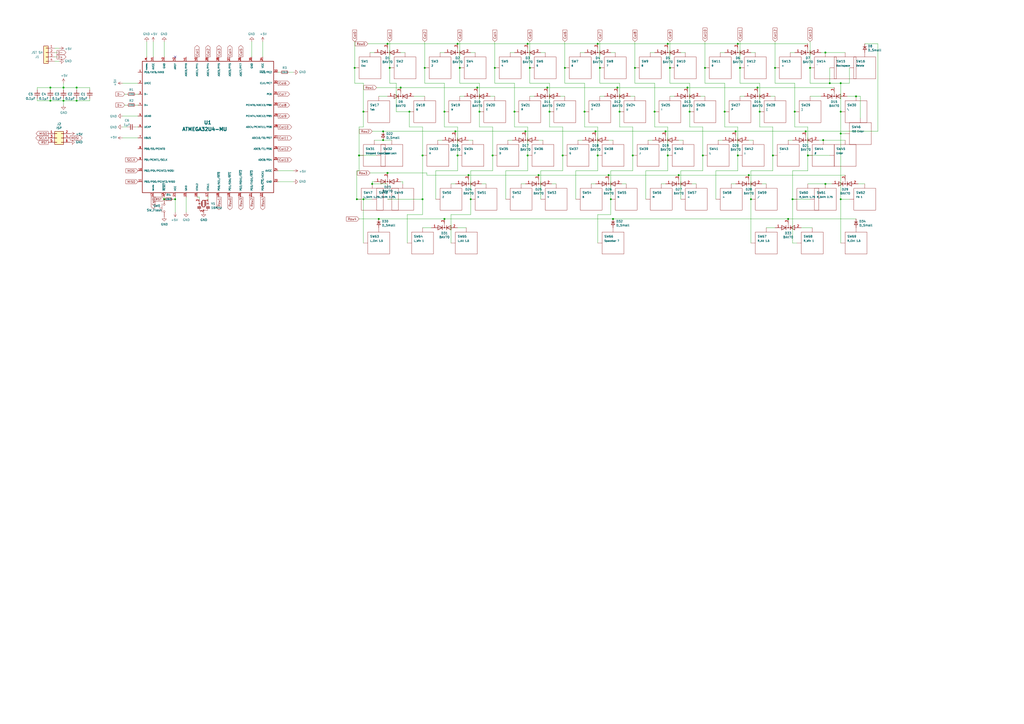
<source format=kicad_sch>
(kicad_sch (version 20210621) (generator eeschema)
  (paper "A2")
  (junction (at 487.68 48.26))
  (junction (at 427.99 90.17))
  (junction (at 359.41 64.77))
  (junction (at 246.38 39.37))
  (junction (at 487.68 64.77))
  (junction (at 346.71 90.17))
  (junction (at 36.83 58.42))
  (junction (at 36.83 50.8))
  (junction (at 469.9 39.37))
  (junction (at 407.67 90.17))
  (junction (at 487.68 115.57))
  (junction (at 478.79 106.68))
  (junction (at 398.78 50.8))
  (junction (at 276.86 50.8))
  (junction (at 496.57 55.88))
  (junction (at 266.7 39.37))
  (junction (at 298.45 64.77))
  (junction (at 304.8 76.2))
  (junction (at 312.42 101.6))
  (junction (at 205.74 39.37))
  (junction (at 265.43 90.17))
  (junction (at 345.44 76.2))
  (junction (at 265.43 25.4))
  (junction (at 219.71 127))
  (junction (at 429.26 39.37))
  (junction (at 408.94 39.37))
  (junction (at 210.82 115.57))
  (junction (at 245.11 115.57))
  (junction (at 439.42 50.8))
  (junction (at 440.69 64.77))
  (junction (at 327.66 39.37))
  (junction (at 379.73 64.77))
  (junction (at 232.41 50.8))
  (junction (at 222.25 81.28))
  (junction (at 307.34 39.37))
  (junction (at 368.3 39.37))
  (junction (at 29.21 58.42))
  (junction (at 271.78 101.6))
  (junction (at 29.21 50.8))
  (junction (at 387.35 25.4))
  (junction (at 285.75 90.17))
  (junction (at 420.37 64.77))
  (junction (at 224.79 25.4))
  (junction (at 468.63 90.17))
  (junction (at 478.79 30.48))
  (junction (at 245.11 90.17))
  (junction (at 427.99 25.4))
  (junction (at 457.2 127))
  (junction (at 386.08 76.2))
  (junction (at 215.9 106.68))
  (junction (at 387.35 90.17))
  (junction (at 278.13 64.77))
  (junction (at 481.33 48.26))
  (junction (at 339.09 64.77))
  (junction (at 461.01 64.77))
  (junction (at 318.77 64.77))
  (junction (at 459.74 115.57))
  (junction (at 434.34 101.6))
  (junction (at 208.28 90.17))
  (junction (at 487.68 77.47))
  (junction (at 317.5 50.8))
  (junction (at 477.52 81.28))
  (junction (at 400.05 64.77))
  (junction (at 346.71 25.4))
  (junction (at 210.82 64.77))
  (junction (at 358.14 50.8))
  (junction (at 354.33 115.57))
  (junction (at 287.02 39.37))
  (junction (at 44.45 58.42))
  (junction (at 222.25 76.2))
  (junction (at 306.07 25.4))
  (junction (at 306.07 90.17))
  (junction (at 467.36 76.2))
  (junction (at 95.25 115.57))
  (junction (at 264.16 76.2))
  (junction (at 237.49 64.77))
  (junction (at 273.05 115.57))
  (junction (at 326.39 90.17))
  (junction (at 224.79 100.33))
  (junction (at 448.31 90.17))
  (junction (at 393.7 101.6))
  (junction (at 257.81 64.77))
  (junction (at 44.45 50.8))
  (junction (at 353.06 101.6))
  (junction (at 355.6 127))
  (junction (at 347.98 39.37))
  (junction (at 207.01 115.57))
  (junction (at 101.6 115.57))
  (junction (at 435.61 115.57))
  (junction (at 226.06 39.37))
  (junction (at 426.72 76.2))
  (junction (at 367.03 90.17))
  (junction (at 257.81 127))
  (junction (at 388.62 39.37))
  (junction (at 449.58 39.37))
  (no_connect (at 101.6 33.02))
  (wire (pts (xy 394.97 115.57) (xy 394.97 99.06)))
  (wire (pts (xy 346.71 25.4) (xy 387.35 25.4)))
  (wire (pts (xy 214.63 30.48) (xy 217.17 30.48)))
  (wire (pts (xy 374.65 115.57) (xy 374.65 99.06)))
  (wire (pts (xy 457.2 81.28) (xy 459.74 81.28)))
  (wire (pts (xy 393.7 101.6) (xy 353.06 101.6)))
  (wire (pts (xy 307.34 39.37) (xy 307.34 48.26)))
  (wire (pts (xy 434.34 101.6) (xy 393.7 101.6)))
  (wire (pts (xy 354.33 30.48) (xy 356.87 30.48)))
  (wire (pts (xy 499.11 68.58) (xy 499.11 55.88)))
  (wire (pts (xy 449.58 39.37) (xy 449.58 48.26)))
  (wire (pts (xy 457.2 127) (xy 496.57 127)))
  (wire (pts (xy 252.73 115.57) (xy 252.73 99.06)))
  (wire (pts (xy 367.03 99.06) (xy 367.03 90.17)))
  (wire (pts (xy 394.97 99.06) (xy 407.67 99.06)))
  (wire (pts (xy 31.75 27.94) (xy 34.29 27.94)))
  (wire (pts (xy 254 81.28) (xy 256.54 81.28)))
  (wire (pts (xy 29.21 50.8) (xy 36.83 50.8)))
  (wire (pts (xy 427.99 73.66) (xy 420.37 73.66)))
  (wire (pts (xy 276.86 50.8) (xy 232.41 50.8)))
  (wire (pts (xy 261.62 106.68) (xy 264.16 106.68)))
  (wire (pts (xy 245.11 73.66) (xy 245.11 90.17)))
  (wire (pts (xy 210.82 115.57) (xy 215.9 115.57)))
  (wire (pts (xy 232.41 30.48) (xy 234.95 30.48)))
  (wire (pts (xy 477.52 81.28) (xy 490.22 81.28)))
  (wire (pts (xy 237.49 73.66) (xy 245.11 73.66)))
  (wire (pts (xy 21.59 57.15) (xy 21.59 58.42)))
  (wire (pts (xy 360.68 106.68) (xy 363.22 106.68)))
  (wire (pts (xy 487.68 48.26) (xy 487.68 64.77)))
  (wire (pts (xy 146.05 33.02) (xy 146.05 24.13)))
  (wire (pts (xy 224.79 100.33) (xy 214.63 100.33)))
  (wire (pts (xy 257.81 48.26) (xy 257.81 64.77)))
  (wire (pts (xy 359.41 64.77) (xy 359.41 73.66)))
  (wire (pts (xy 247.65 100.33) (xy 247.65 101.6)))
  (wire (pts (xy 339.09 48.26) (xy 339.09 64.77)))
  (wire (pts (xy 205.74 48.26) (xy 210.82 48.26)))
  (wire (pts (xy 449.58 39.37) (xy 449.58 24.13)))
  (wire (pts (xy 208.28 73.66) (xy 208.28 90.17)))
  (wire (pts (xy 461.01 48.26) (xy 461.01 64.77)))
  (wire (pts (xy 265.43 25.4) (xy 306.07 25.4)))
  (wire (pts (xy 401.32 106.68) (xy 403.86 106.68)))
  (wire (pts (xy 400.05 48.26) (xy 400.05 64.77)))
  (wire (pts (xy 393.7 81.28) (xy 396.24 81.28)))
  (wire (pts (xy 388.62 39.37) (xy 388.62 24.13)))
  (wire (pts (xy 95.25 33.02) (xy 95.25 24.13)))
  (wire (pts (xy 427.99 99.06) (xy 415.29 99.06)))
  (wire (pts (xy 347.98 39.37) (xy 347.98 48.26)))
  (wire (pts (xy 226.06 39.37) (xy 226.06 48.26)))
  (wire (pts (xy 71.12 48.26) (xy 80.01 48.26)))
  (wire (pts (xy 335.28 81.28) (xy 337.82 81.28)))
  (wire (pts (xy 358.14 50.8) (xy 317.5 50.8)))
  (wire (pts (xy 298.45 48.26) (xy 287.02 48.26)))
  (wire (pts (xy 237.49 64.77) (xy 237.49 73.66)))
  (wire (pts (xy 287.02 39.37) (xy 287.02 24.13)))
  (wire (pts (xy 44.45 50.8) (xy 52.07 50.8)))
  (wire (pts (xy 448.31 90.17) (xy 448.31 99.06)))
  (wire (pts (xy 469.9 55.88) (xy 476.25 55.88)))
  (wire (pts (xy 448.31 73.66) (xy 440.69 73.66)))
  (wire (pts (xy 374.65 99.06) (xy 387.35 99.06)))
  (wire (pts (xy 36.83 50.8) (xy 44.45 50.8)))
  (wire (pts (xy 236.22 124.46) (xy 245.11 124.46)))
  (wire (pts (xy 278.13 48.26) (xy 278.13 64.77)))
  (wire (pts (xy 210.82 64.77) (xy 210.82 48.26)))
  (wire (pts (xy 52.07 50.8) (xy 52.07 52.07)))
  (wire (pts (xy 233.68 105.41) (xy 233.68 106.68)))
  (wire (pts (xy 29.21 57.15) (xy 29.21 58.42)))
  (wire (pts (xy 367.03 73.66) (xy 367.03 90.17)))
  (wire (pts (xy 285.75 73.66) (xy 278.13 73.66)))
  (wire (pts (xy 306.07 25.4) (xy 346.71 25.4)))
  (wire (pts (xy 420.37 48.26) (xy 420.37 64.77)))
  (wire (pts (xy 339.09 64.77) (xy 339.09 73.66)))
  (wire (pts (xy 424.18 106.68) (xy 426.72 106.68)))
  (wire (pts (xy 415.29 99.06) (xy 415.29 115.57)))
  (wire (pts (xy 33.02 33.02) (xy 31.75 33.02)))
  (wire (pts (xy 441.96 106.68) (xy 444.5 106.68)))
  (wire (pts (xy 36.83 50.8) (xy 36.83 48.26)))
  (wire (pts (xy 379.73 48.26) (xy 368.3 48.26)))
  (wire (pts (xy 306.07 73.66) (xy 306.07 90.17)))
  (wire (pts (xy 257.81 127) (xy 355.6 127)))
  (wire (pts (xy 368.3 39.37) (xy 368.3 48.26)))
  (wire (pts (xy 417.83 30.48) (xy 420.37 30.48)))
  (wire (pts (xy 294.64 81.28) (xy 297.18 81.28)))
  (wire (pts (xy 429.26 55.88) (xy 431.8 55.88)))
  (wire (pts (xy 387.35 73.66) (xy 387.35 90.17)))
  (wire (pts (xy 266.7 39.37) (xy 266.7 24.13)))
  (wire (pts (xy 44.45 52.07) (xy 44.45 50.8)))
  (wire (pts (xy 336.55 30.48) (xy 339.09 30.48)))
  (wire (pts (xy 435.61 30.48) (xy 438.15 30.48)))
  (wire (pts (xy 222.25 76.2) (xy 264.16 76.2)))
  (wire (pts (xy 461.01 73.66) (xy 468.63 73.66)))
  (wire (pts (xy 170.18 105.41) (xy 161.29 105.41)))
  (wire (pts (xy 379.73 48.26) (xy 379.73 64.77)))
  (wire (pts (xy 85.09 33.02) (xy 85.09 24.13)))
  (wire (pts (xy 72.39 60.96) (xy 73.66 60.96)))
  (wire (pts (xy 261.62 124.46) (xy 261.62 140.97)))
  (wire (pts (xy 312.42 81.28) (xy 314.96 81.28)))
  (wire (pts (xy 407.67 73.66) (xy 400.05 73.66)))
  (wire (pts (xy 327.66 39.37) (xy 327.66 24.13)))
  (wire (pts (xy 379.73 64.77) (xy 379.73 73.66)))
  (wire (pts (xy 207.01 99.06) (xy 207.01 115.57)))
  (wire (pts (xy 490.22 77.47) (xy 487.68 77.47)))
  (wire (pts (xy 304.8 76.2) (xy 345.44 76.2)))
  (wire (pts (xy 468.63 73.66) (xy 468.63 90.17)))
  (wire (pts (xy 224.79 25.4) (xy 213.36 25.4)))
  (wire (pts (xy 285.75 73.66) (xy 285.75 90.17)))
  (wire (pts (xy 440.69 48.26) (xy 440.69 64.77)))
  (wire (pts (xy 435.61 140.97) (xy 435.61 115.57)))
  (wire (pts (xy 78.74 60.96) (xy 80.01 60.96)))
  (wire (pts (xy 346.71 73.66) (xy 339.09 73.66)))
  (wire (pts (xy 439.42 50.8) (xy 398.78 50.8)))
  (wire (pts (xy 429.26 39.37) (xy 429.26 24.13)))
  (wire (pts (xy 307.34 39.37) (xy 307.34 24.13)))
  (wire (pts (xy 302.26 106.68) (xy 304.8 106.68)))
  (wire (pts (xy 342.9 106.68) (xy 345.44 106.68)))
  (wire (pts (xy 307.34 55.88) (xy 309.88 55.88)))
  (wire (pts (xy 487.68 77.47) (xy 487.68 115.57)))
  (wire (pts (xy 483.87 50.8) (xy 439.42 50.8)))
  (wire (pts (xy 265.43 132.08) (xy 270.51 132.08)))
  (wire (pts (xy 426.72 76.2) (xy 467.36 76.2)))
  (wire (pts (xy 447.04 55.88) (xy 449.58 55.88)))
  (wire (pts (xy 434.34 81.28) (xy 436.88 81.28)))
  (wire (pts (xy 78.74 73.66) (xy 80.01 73.66)))
  (wire (pts (xy 218.44 90.17) (xy 208.28 90.17)))
  (wire (pts (xy 476.25 30.48) (xy 478.79 30.48)))
  (wire (pts (xy 378.46 81.28) (xy 375.92 81.28)))
  (wire (pts (xy 219.71 55.88) (xy 224.79 55.88)))
  (wire (pts (xy 229.87 48.26) (xy 229.87 64.77)))
  (wire (pts (xy 115.57 114.3) (xy 115.57 115.57)))
  (wire (pts (xy 278.13 48.26) (xy 266.7 48.26)))
  (wire (pts (xy 306.07 90.17) (xy 306.07 99.06)))
  (wire (pts (xy 487.68 140.97) (xy 487.68 115.57)))
  (wire (pts (xy 387.35 99.06) (xy 387.35 90.17)))
  (wire (pts (xy 354.33 124.46) (xy 354.33 115.57)))
  (wire (pts (xy 448.31 73.66) (xy 448.31 90.17)))
  (wire (pts (xy 487.68 48.26) (xy 492.76 48.26)))
  (wire (pts (xy 273.05 115.57) (xy 273.05 124.46)))
  (wire (pts (xy 273.05 30.48) (xy 275.59 30.48)))
  (wire (pts (xy 21.59 52.07) (xy 21.59 50.8)))
  (wire (pts (xy 355.6 127) (xy 457.2 127)))
  (wire (pts (xy 161.29 41.91) (xy 162.56 41.91)))
  (wire (pts (xy 394.97 30.48) (xy 397.51 30.48)))
  (wire (pts (xy 481.33 48.26) (xy 487.68 48.26)))
  (wire (pts (xy 347.98 39.37) (xy 347.98 24.13)))
  (wire (pts (xy 464.82 132.08) (xy 471.17 132.08)))
  (wire (pts (xy 215.9 105.41) (xy 217.17 105.41)))
  (wire (pts (xy 469.9 48.26) (xy 481.33 48.26)))
  (wire (pts (xy 459.74 140.97) (xy 462.28 140.97)))
  (wire (pts (xy 427.99 73.66) (xy 427.99 90.17)))
  (wire (pts (xy 293.37 99.06) (xy 306.07 99.06)))
  (wire (pts (xy 387.35 25.4) (xy 427.99 25.4)))
  (wire (pts (xy 334.01 115.57) (xy 334.01 99.06)))
  (wire (pts (xy 266.7 39.37) (xy 266.7 48.26)))
  (wire (pts (xy 273.05 124.46) (xy 261.62 124.46)))
  (wire (pts (xy 208.28 99.06) (xy 207.01 99.06)))
  (wire (pts (xy 313.69 99.06) (xy 326.39 99.06)))
  (wire (pts (xy 71.12 80.01) (xy 80.01 80.01)))
  (wire (pts (xy 285.75 90.17) (xy 285.75 99.06)))
  (wire (pts (xy 408.94 39.37) (xy 408.94 24.13)))
  (wire (pts (xy 255.27 30.48) (xy 257.81 30.48)))
  (wire (pts (xy 468.63 90.17) (xy 468.63 99.06)))
  (wire (pts (xy 266.7 55.88) (xy 269.24 55.88)))
  (wire (pts (xy 509.27 25.4) (xy 509.27 76.2)))
  (wire (pts (xy 21.59 50.8) (xy 29.21 50.8)))
  (wire (pts (xy 326.39 73.66) (xy 318.77 73.66)))
  (wire (pts (xy 222.25 76.2) (xy 215.9 76.2)))
  (wire (pts (xy 359.41 48.26) (xy 347.98 48.26)))
  (wire (pts (xy 468.63 90.17) (xy 481.33 90.17)))
  (wire (pts (xy 101.6 115.57) (xy 101.6 123.19)))
  (wire (pts (xy 236.22 124.46) (xy 236.22 140.97)))
  (wire (pts (xy 273.05 99.06) (xy 273.05 115.57)))
  (wire (pts (xy 31.75 30.48) (xy 33.02 30.48)))
  (wire (pts (xy 232.41 105.41) (xy 233.68 105.41)))
  (wire (pts (xy 246.38 39.37) (xy 246.38 48.26)))
  (wire (pts (xy 383.54 106.68) (xy 386.08 106.68)))
  (wire (pts (xy 359.41 48.26) (xy 359.41 64.77)))
  (wire (pts (xy 29.21 52.07) (xy 29.21 50.8)))
  (wire (pts (xy 52.07 58.42) (xy 52.07 57.15)))
  (wire (pts (xy 354.33 115.57) (xy 354.33 99.06)))
  (wire (pts (xy 346.71 124.46) (xy 354.33 124.46)))
  (wire (pts (xy 271.78 81.28) (xy 274.32 81.28)))
  (wire (pts (xy 257.81 64.77) (xy 257.81 73.66)))
  (wire (pts (xy 120.65 115.57) (xy 120.65 114.3)))
  (wire (pts (xy 36.83 57.15) (xy 36.83 58.42)))
  (wire (pts (xy 207.01 115.57) (xy 210.82 115.57)))
  (wire (pts (xy 224.79 25.4) (xy 265.43 25.4)))
  (wire (pts (xy 298.45 64.77) (xy 298.45 73.66)))
  (wire (pts (xy 474.98 81.28) (xy 477.52 81.28)))
  (wire (pts (xy 161.29 99.06) (xy 170.18 99.06)))
  (wire (pts (xy 499.11 55.88) (xy 496.57 55.88)))
  (wire (pts (xy 365.76 55.88) (xy 368.3 55.88)))
  (wire (pts (xy 320.04 106.68) (xy 322.58 106.68)))
  (wire (pts (xy 318.77 48.26) (xy 318.77 64.77)))
  (wire (pts (xy 265.43 99.06) (xy 265.43 90.17)))
  (wire (pts (xy 31.75 35.56) (xy 34.29 35.56)))
  (wire (pts (xy 407.67 73.66) (xy 407.67 90.17)))
  (wire (pts (xy 478.79 106.68) (xy 482.6 106.68)))
  (wire (pts (xy 327.66 39.37) (xy 327.66 48.26)))
  (wire (pts (xy 353.06 81.28) (xy 355.6 81.28)))
  (wire (pts (xy 298.45 30.48) (xy 295.91 30.48)))
  (wire (pts (xy 354.33 99.06) (xy 367.03 99.06)))
  (wire (pts (xy 368.3 39.37) (xy 368.3 24.13)))
  (wire (pts (xy 252.73 99.06) (xy 265.43 99.06)))
  (wire (pts (xy 36.83 58.42) (xy 44.45 58.42)))
  (wire (pts (xy 78.74 54.61) (xy 80.01 54.61)))
  (wire (pts (xy 114.3 114.3) (xy 115.57 114.3)))
  (wire (pts (xy 265.43 73.66) (xy 265.43 90.17)))
  (wire (pts (xy 224.79 100.33) (xy 247.65 100.33)))
  (wire (pts (xy 205.74 39.37) (xy 205.74 48.26)))
  (wire (pts (xy 459.74 99.06) (xy 459.74 115.57)))
  (wire (pts (xy 205.74 39.37) (xy 205.74 24.13)))
  (wire (pts (xy 224.79 115.57) (xy 245.11 115.57)))
  (wire (pts (xy 345.44 76.2) (xy 386.08 76.2)))
  (wire (pts (xy 219.71 127) (xy 257.81 127)))
  (wire (pts (xy 325.12 55.88) (xy 327.66 55.88)))
  (wire (pts (xy 400.05 64.77) (xy 400.05 73.66)))
  (wire (pts (xy 346.71 99.06) (xy 346.71 90.17)))
  (wire (pts (xy 313.69 99.06) (xy 313.69 115.57)))
  (wire (pts (xy 229.87 64.77) (xy 237.49 64.77)))
  (wire (pts (xy 481.33 48.26) (xy 481.33 39.37)))
  (wire (pts (xy 71.12 67.31) (xy 80.01 67.31)))
  (wire (pts (xy 100.33 115.57) (xy 101.6 115.57)))
  (wire (pts (xy 427.99 25.4) (xy 468.63 25.4)))
  (wire (pts (xy 427.99 90.17) (xy 427.99 99.06)))
  (wire (pts (xy 497.84 106.68) (xy 501.65 106.68)))
  (wire (pts (xy 245.11 115.57) (xy 245.11 124.46)))
  (wire (pts (xy 435.61 99.06) (xy 435.61 115.57)))
  (wire (pts (xy 265.43 73.66) (xy 257.81 73.66)))
  (wire (pts (xy 490.22 101.6) (xy 434.34 101.6)))
  (wire (pts (xy 467.36 76.2) (xy 509.27 76.2)))
  (wire (pts (xy 210.82 73.66) (xy 208.28 73.66)))
  (wire (pts (xy 501.65 25.4) (xy 509.27 25.4)))
  (wire (pts (xy 210.82 64.77) (xy 210.82 73.66)))
  (wire (pts (xy 468.63 106.68) (xy 478.79 106.68)))
  (wire (pts (xy 36.83 52.07) (xy 36.83 50.8)))
  (wire (pts (xy 313.69 30.48) (xy 316.23 30.48)))
  (wire (pts (xy 492.76 48.26) (xy 492.76 39.37)))
  (wire (pts (xy 367.03 73.66) (xy 359.41 73.66)))
  (wire (pts (xy 208.28 90.17) (xy 208.28 99.06)))
  (wire (pts (xy 491.49 55.88) (xy 496.57 55.88)))
  (wire (pts (xy 287.02 39.37) (xy 287.02 48.26)))
  (wire (pts (xy 229.87 48.26) (xy 226.06 48.26)))
  (wire (pts (xy 298.45 48.26) (xy 298.45 64.77)))
  (wire (pts (xy 279.4 106.68) (xy 281.94 106.68)))
  (wire (pts (xy 107.95 114.3) (xy 107.95 123.19)))
  (wire (pts (xy 461.01 64.77) (xy 461.01 73.66)))
  (wire (pts (xy 406.4 55.88) (xy 408.94 55.88)))
  (wire (pts (xy 245.11 132.08) (xy 250.19 132.08)))
  (wire (pts (xy 29.21 58.42) (xy 36.83 58.42)))
  (wire (pts (xy 469.9 39.37) (xy 469.9 48.26)))
  (wire (pts (xy 440.69 64.77) (xy 440.69 73.66)))
  (wire (pts (xy 449.58 48.26) (xy 461.01 48.26)))
  (wire (pts (xy 71.12 73.66) (xy 73.66 73.66)))
  (wire (pts (xy 388.62 55.88) (xy 391.16 55.88)))
  (wire (pts (xy 36.83 60.96) (xy 36.83 58.42)))
  (wire (pts (xy 215.9 106.68) (xy 215.9 105.41)))
  (wire (pts (xy 44.45 57.15) (xy 44.45 58.42)))
  (wire (pts (xy 240.03 55.88) (xy 246.38 55.88)))
  (wire (pts (xy 293.37 115.57) (xy 293.37 99.06)))
  (wire (pts (xy 440.69 48.26) (xy 429.26 48.26)))
  (wire (pts (xy 346.71 73.66) (xy 346.71 90.17)))
  (wire (pts (xy 232.41 50.8) (xy 218.44 50.8)))
  (wire (pts (xy 347.98 55.88) (xy 350.52 55.88)))
  (wire (pts (xy 210.82 140.97) (xy 210.82 115.57)))
  (wire (pts (xy 448.31 99.06) (xy 435.61 99.06)))
  (wire (pts (xy 388.62 39.37) (xy 388.62 48.26)))
  (wire (pts (xy 377.19 30.48) (xy 379.73 30.48)))
  (wire (pts (xy 444.5 132.08) (xy 449.58 132.08)))
  (wire (pts (xy 224.79 106.68) (xy 215.9 106.68)))
  (wire (pts (xy 285.75 99.06) (xy 273.05 99.06)))
  (wire (pts (xy 318.77 64.77) (xy 318.77 73.66)))
  (wire (pts (xy 468.63 99.06) (xy 459.74 99.06)))
  (wire (pts (xy 334.01 99.06) (xy 346.71 99.06)))
  (wire (pts (xy 318.77 48.26) (xy 307.34 48.26)))
  (wire (pts (xy 217.17 81.28) (xy 222.25 81.28)))
  (wire (pts (xy 264.16 76.2) (xy 304.8 76.2)))
  (wire (pts (xy 346.71 124.46) (xy 346.71 140.97)))
  (wire (pts (xy 101.6 115.57) (xy 101.6 114.3)))
  (wire (pts (xy 420.37 48.26) (xy 408.94 48.26)))
  (wire (pts (xy 152.4 33.02) (xy 152.4 24.13)))
  (wire (pts (xy 326.39 99.06) (xy 326.39 90.17)))
  (wire (pts (xy 44.45 58.42) (xy 52.07 58.42)))
  (wire (pts (xy 487.68 115.57) (xy 492.76 115.57)))
  (wire (pts (xy 278.13 64.77) (xy 278.13 73.66)))
  (wire (pts (xy 408.94 39.37) (xy 408.94 48.26)))
  (wire (pts (xy 226.06 39.37) (xy 226.06 24.13)))
  (wire (pts (xy 246.38 39.37) (xy 246.38 24.13)))
  (wire (pts (xy 306.07 73.66) (xy 298.45 73.66)))
  (wire (pts (xy 312.42 101.6) (xy 271.78 101.6)))
  (wire (pts (xy 459.74 115.57) (xy 459.74 140.97)))
  (wire (pts (xy 469.9 39.37) (xy 469.9 24.13)))
  (wire (pts (xy 257.81 48.26) (xy 246.38 48.26)))
  (wire (pts (xy 222.25 81.28) (xy 227.33 81.28)))
  (wire (pts (xy 459.74 115.57) (xy 469.9 115.57)))
  (wire (pts (xy 326.39 73.66) (xy 326.39 90.17)))
  (wire (pts (xy 478.79 30.48) (xy 490.22 30.48)))
  (wire (pts (xy 407.67 99.06) (xy 407.67 90.17)))
  (wire (pts (xy 458.47 30.48) (xy 461.01 30.48)))
  (wire (pts (xy 88.9 33.02) (xy 88.9 24.13)))
  (wire (pts (xy 429.26 39.37) (xy 429.26 48.26)))
  (wire (pts (xy 420.37 64.77) (xy 420.37 73.66)))
  (wire (pts (xy 400.05 48.26) (xy 388.62 48.26)))
  (wire (pts (xy 284.48 55.88) (xy 287.02 55.88)))
  (wire (pts (xy 21.59 58.42) (xy 29.21 58.42)))
  (wire (pts (xy 398.78 50.8) (xy 358.14 50.8)))
  (wire (pts (xy 317.5 50.8) (xy 276.86 50.8)))
  (wire (pts (xy 386.08 76.2) (xy 426.72 76.2)))
  (wire (pts (xy 487.68 64.77) (xy 487.68 77.47)))
  (wire (pts (xy 167.64 41.91) (xy 170.18 41.91)))
  (wire (pts (xy 72.39 54.61) (xy 73.66 54.61)))
  (wire (pts (xy 247.65 101.6) (xy 271.78 101.6)))
  (wire (pts (xy 387.35 73.66) (xy 379.73 73.66)))
  (wire (pts (xy 245.11 115.57) (xy 245.11 90.17)))
  (wire (pts (xy 416.56 81.28) (xy 419.1 81.28)))
  (wire (pts (xy 353.06 101.6) (xy 312.42 101.6)))
  (wire (pts (xy 339.09 48.26) (xy 327.66 48.26)))
  (wire (pts (xy 95.25 115.57) (xy 95.25 114.3)))
  (wire (pts (xy 219.71 127) (xy 208.28 127)))
  (global_label "D+" (shape output) (at 33.02 33.02 0) (property "Intersheet References" "${INTERSHEET_REFS}" (effects hide)))
  (global_label "D-" (shape output) (at 33.02 30.48 0) (property "Intersheet References" "${INTERSHEET_REFS}" (effects hide)))
  (global_label "Row3" (shape output) (at 139.7 114.3 270) (property "Intersheet References" "${INTERSHEET_REFS}" (effects hide)))
  (global_label "Row1" (shape output) (at 127 114.3 270) (property "Intersheet References" "${INTERSHEET_REFS}" (effects hide)))
  (global_label "Col9" (shape input) (at 388.62 24.13 90) (property "Intersheet References" "${INTERSHEET_REFS}" (effects hide)))
  (global_label "Row2" (shape output) (at 146.05 114.3 270) (property "Intersheet References" "${INTERSHEET_REFS}" (effects hide)))
  (global_label "Col0" (shape input) (at 205.74 24.13 90) (property "Intersheet References" "${INTERSHEET_REFS}" (effects hide)))
  (global_label "Col7" (shape input) (at 347.98 24.13 90) (property "Intersheet References" "${INTERSHEET_REFS}" (effects hide)))
  (global_label "Col1" (shape input) (at 226.06 24.13 90) (property "Intersheet References" "${INTERSHEET_REFS}" (effects hide)))
  (global_label "Col8" (shape input) (at 368.3 24.13 90) (property "Intersheet References" "${INTERSHEET_REFS}" (effects hide)))
  (global_label "Col10" (shape input) (at 408.94 24.13 90) (property "Intersheet References" "${INTERSHEET_REFS}" (effects hide)))
  (global_label "Col0" (shape output) (at 88.9 114.3 270) (property "Intersheet References" "${INTERSHEET_REFS}" (effects hide)))
  (global_label "Row3" (shape input) (at 214.63 100.33 180) (property "Intersheet References" "${INTERSHEET_REFS}" (effects hide)))
  (global_label "Col3" (shape input) (at 266.7 24.13 90) (property "Intersheet References" "${INTERSHEET_REFS}" (effects hide)))
  (global_label "Col6" (shape input) (at 327.66 24.13 90) (property "Intersheet References" "${INTERSHEET_REFS}" (effects hide)))
  (global_label "Col12" (shape input) (at 449.58 24.13 90) (property "Intersheet References" "${INTERSHEET_REFS}" (effects hide)))
  (global_label "RST" (shape input) (at 95.25 115.57 180) (property "Intersheet References" "${INTERSHEET_REFS}" (effects hide)))
  (global_label "Row0" (shape output) (at 133.35 114.3 270) (property "Intersheet References" "${INTERSHEET_REFS}" (effects hide)))
  (global_label "Col1" (shape output) (at 114.3 33.02 90) (property "Intersheet References" "${INTERSHEET_REFS}" (effects hide)))
  (global_label "Row0" (shape input) (at 213.36 25.4 180) (property "Intersheet References" "${INTERSHEET_REFS}" (effects hide)))
  (global_label "MOSI" (shape output) (at 40.64 80.01 0) (property "Intersheet References" "${INTERSHEET_REFS}" (effects hide)))
  (global_label "Row4" (shape input) (at 208.28 127 180) (property "Intersheet References" "${INTERSHEET_REFS}" (effects hide)))
  (global_label "D+" (shape input) (at 72.39 60.96 180) (property "Intersheet References" "${INTERSHEET_REFS}" (effects hide)))
  (global_label "Col4" (shape output) (at 133.35 33.02 90) (property "Intersheet References" "${INTERSHEET_REFS}" (effects hide)))
  (global_label "MISO" (shape input) (at 80.01 105.41 180) (property "Intersheet References" "${INTERSHEET_REFS}" (effects hide)))
  (global_label "Col11" (shape input) (at 429.26 24.13 90) (property "Intersheet References" "${INTERSHEET_REFS}" (effects hide)))
  (global_label "Col2" (shape input) (at 246.38 24.13 90) (property "Intersheet References" "${INTERSHEET_REFS}" (effects hide)))
  (global_label "Row1" (shape input) (at 218.44 50.8 180) (property "Intersheet References" "${INTERSHEET_REFS}" (effects hide)))
  (global_label "Col10" (shape output) (at 161.29 73.66 0) (property "Intersheet References" "${INTERSHEET_REFS}" (effects hide)))
  (global_label "Col12" (shape output) (at 161.29 86.36 0) (property "Intersheet References" "${INTERSHEET_REFS}" (effects hide)))
  (global_label "Col3" (shape output) (at 127 33.02 90) (property "Intersheet References" "${INTERSHEET_REFS}" (effects hide)))
  (global_label "Col8" (shape output) (at 161.29 60.96 0) (property "Intersheet References" "${INTERSHEET_REFS}" (effects hide)))
  (global_label "Row2" (shape input) (at 215.9 76.2 180) (property "Intersheet References" "${INTERSHEET_REFS}" (effects hide)))
  (global_label "Col6" (shape output) (at 161.29 48.26 0) (property "Intersheet References" "${INTERSHEET_REFS}" (effects hide)))
  (global_label "Col5" (shape output) (at 139.7 33.02 90) (property "Intersheet References" "${INTERSHEET_REFS}" (effects hide)))
  (global_label "Col13" (shape input) (at 469.9 24.13 90) (property "Intersheet References" "${INTERSHEET_REFS}" (effects hide)))
  (global_label "MISO" (shape output) (at 27.94 77.47 180) (property "Intersheet References" "${INTERSHEET_REFS}" (effects hide)))
  (global_label "Col5" (shape input) (at 307.34 24.13 90) (property "Intersheet References" "${INTERSHEET_REFS}" (effects hide)))
  (global_label "SCLK" (shape output) (at 27.94 80.01 180) (property "Intersheet References" "${INTERSHEET_REFS}" (effects hide)))
  (global_label "RST" (shape output) (at 27.94 82.55 180) (property "Intersheet References" "${INTERSHEET_REFS}" (effects hide)))
  (global_label "Col2" (shape output) (at 120.65 33.02 90) (property "Intersheet References" "${INTERSHEET_REFS}" (effects hide)))
  (global_label "SCLK" (shape input) (at 80.01 92.71 180) (property "Intersheet References" "${INTERSHEET_REFS}" (effects hide)))
  (global_label "Col13" (shape output) (at 161.29 92.71 0) (property "Intersheet References" "${INTERSHEET_REFS}" (effects hide)))
  (global_label "Col11" (shape output) (at 161.29 80.01 0) (property "Intersheet References" "${INTERSHEET_REFS}" (effects hide)))
  (global_label "Col7" (shape output) (at 161.29 54.61 0) (property "Intersheet References" "${INTERSHEET_REFS}" (effects hide)))
  (global_label "D-" (shape input) (at 72.39 54.61 180) (property "Intersheet References" "${INTERSHEET_REFS}" (effects hide)))
  (global_label "Col4" (shape input) (at 287.02 24.13 90) (property "Intersheet References" "${INTERSHEET_REFS}" (effects hide)))
  (global_label "Row4" (shape output) (at 152.4 114.3 270) (property "Intersheet References" "${INTERSHEET_REFS}" (effects hide)))
  (global_label "Col9" (shape output) (at 161.29 67.31 0) (property "Intersheet References" "${INTERSHEET_REFS}" (effects hide)))
  (global_label "MOSI" (shape input) (at 80.01 99.06 180) (property "Intersheet References" "${INTERSHEET_REFS}" (effects hide)))
  (symbol (lib_id "acheronSymbols:ATMEGA32U4_QFN44") (at 120.65 73.66 0) (unit 1)
    (property "Reference" "U1" (at 118.11 71.12 0) (effects (font (size 2.0066 2.0066) bold) (justify left)))
    (property "Value" "ATMEGA32U4-MU" (at 105.41 74.93 0) (effects (font (size 2.0066 2.0066) bold) (justify left)))
    (property "Footprint" "MX:QFN-44-SMT" (effects hide))
  )
  (symbol (lib_id "Device:Resonator_Small") (at 118.11 118.11 0) (mirror y) (unit 1)
    (property "Reference" "Y1" (at 122.3772 118.2116 0) (effects (justify right)))
    (property "Value" "16MHz" (at 122.3772 120.523 0) (effects (justify right)))
    (property "Footprint" "Crystal:Resonator_SMD_muRata_CSTxExxV-3Pin_3.0x1.1mm" (effects hide))
  )
  (symbol (lib_id "power:GND") (at 118.11 123.19 0) (unit 1)
    (property "Reference" "#PWR0105" (effects hide))
    (property "Value" "GND" (at 118.237 127.5842 0))
  )
  (symbol (lib_id "Connector_Generic:Conn_01x04") (at 26.67 30.48 0) (mirror y) (unit 1)
    (property "Reference" "J1" (at 21.59 33.02 0))
    (property "Value" "JST SH" (at 21.59 30.48 0))
    (property "Footprint" "MX:JST_SH" (effects hide))
  )
  (symbol (lib_id "power:GND") (at 34.29 35.56 90) (unit 1)
    (property "Reference" "#PWR0101" (effects hide))
    (property "Value" "GND" (at 37.5412 35.433 90) (effects (justify right)))
  )
  (symbol (lib_id "Device:C_Small") (at 76.2 73.66 270) (unit 1)
    (property "Reference" "C6" (at 73.66 69.85 90))
    (property "Value" "1μF" (at 73.66 72.39 90))
    (property "Footprint" "MX:C_0402" (effects hide))
  )
  (symbol (lib_id "power:+5V") (at 34.29 27.94 270) (unit 1)
    (property "Reference" "#PWR0103" (effects hide))
    (property "Value" "+5V" (at 37.5412 28.321 90) (effects (justify left)))
  )
  (symbol (lib_id "Device:C_Small") (at 21.59 54.61 180) (unit 1)
    (property "Reference" "C5" (at 17.78 54.61 0))
    (property "Value" "0.1μF" (at 17.78 57.15 0))
    (property "Footprint" "MX:C_0402" (effects hide))
  )
  (symbol (lib_id "Device:C_Small") (at 29.21 54.61 180) (unit 1)
    (property "Reference" "C4" (at 25.4 54.61 0))
    (property "Value" "0.1μF" (at 25.4 57.15 0))
    (property "Footprint" "MX:C_0402" (effects hide))
  )
  (symbol (lib_id "Device:C_Small") (at 36.83 54.61 180) (unit 1)
    (property "Reference" "C3" (at 33.02 54.61 0))
    (property "Value" "0.1μF" (at 33.02 57.15 0))
    (property "Footprint" "MX:C_0402" (effects hide))
  )
  (symbol (lib_id "Device:C_Small") (at 44.45 54.61 180) (unit 1)
    (property "Reference" "C2" (at 40.64 54.61 0))
    (property "Value" "0.1μF" (at 40.64 57.15 0))
    (property "Footprint" "MX:C_0402" (effects hide))
  )
  (symbol (lib_id "power:+5V") (at 36.83 48.26 0) (unit 1)
    (property "Reference" "#PWR0106" (effects hide))
    (property "Value" "+5V" (at 37.211 43.8658 0))
  )
  (symbol (lib_id "power:GND") (at 36.83 60.96 0) (unit 1)
    (property "Reference" "#PWR0119" (effects hide))
    (property "Value" "GND" (at 36.957 65.3542 0))
  )
  (symbol (lib_id "power:GND") (at 107.95 123.19 0) (unit 1)
    (property "Reference" "#PWR0107" (effects hide))
    (property "Value" "GND" (at 108.077 127.5842 0))
  )
  (symbol (lib_id "power:GND") (at 71.12 67.31 270) (unit 1)
    (property "Reference" "#PWR0109" (effects hide))
    (property "Value" "GND" (at 67.8688 67.437 90) (effects (justify right)))
  )
  (symbol (lib_id "power:GND") (at 71.12 73.66 270) (unit 1)
    (property "Reference" "#PWR0110" (effects hide))
    (property "Value" "GND" (at 67.8688 73.787 90) (effects (justify right)))
  )
  (symbol (lib_id "power:GND") (at 170.18 105.41 90) (unit 1)
    (property "Reference" "#PWR0111" (effects hide))
    (property "Value" "GND" (at 173.4312 105.283 90) (effects (justify right)))
  )
  (symbol (lib_id "power:GND") (at 85.09 24.13 180) (unit 1)
    (property "Reference" "#PWR0124" (effects hide))
    (property "Value" "GND" (at 84.963 19.7358 0))
  )
  (symbol (lib_id "power:GND") (at 95.25 24.13 180) (unit 1)
    (property "Reference" "#PWR0123" (effects hide))
    (property "Value" "GND" (at 95.123 19.7358 0))
  )
  (symbol (lib_id "power:GND") (at 146.05 24.13 180) (unit 1)
    (property "Reference" "#PWR0122" (effects hide))
    (property "Value" "GND" (at 145.923 19.7358 0))
  )
  (symbol (lib_id "Device:R_Small") (at 76.2 60.96 270) (unit 1)
    (property "Reference" "R2" (at 76.2 58.42 90))
    (property "Value" "22Ω" (at 76.2 60.96 90) (effects (font (size 0.9906 0.9906))))
    (property "Footprint" "MX:R_0402" (effects hide))
  )
  (symbol (lib_id "Device:R_Small") (at 76.2 54.61 270) (unit 1)
    (property "Reference" "R1" (at 76.2 52.07 90))
    (property "Value" "22Ω" (at 76.2 54.61 90) (effects (font (size 0.9906 0.9906))))
    (property "Footprint" "MX:R_0402" (effects hide))
  )
  (symbol (lib_id "Device:R_Small") (at 165.1 41.91 270) (unit 1)
    (property "Reference" "R3" (at 165.1 39.37 90))
    (property "Value" "10kΩ" (at 165.1 41.91 90) (effects (font (size 0.889 0.889))))
    (property "Footprint" "MX:R_0402" (effects hide))
  )
  (symbol (lib_id "power:GND") (at 170.18 41.91 90) (unit 1)
    (property "Reference" "#PWR0113" (effects hide))
    (property "Value" "GND" (at 173.4312 41.783 90) (effects (justify right)))
  )
  (symbol (lib_id "power:+5V") (at 40.64 77.47 270) (unit 1)
    (property "Reference" "#PWR0125" (effects hide))
    (property "Value" "+5V" (at 43.8912 77.851 90) (effects (justify left)))
  )
  (symbol (lib_id "Device:R_Small") (at 97.79 115.57 270) (unit 1)
    (property "Reference" "R4" (at 97.79 113.03 90))
    (property "Value" "10kΩ" (at 97.79 115.57 90) (effects (font (size 0.889 0.889))))
    (property "Footprint" "MX:R_0402" (effects hide))
  )
  (symbol (lib_id "Switch:SW_Push") (at 95.25 120.65 90) (unit 1)
    (property "Reference" "SW0" (at 88.9 119.38 90) (effects (justify right)))
    (property "Value" "SW_Flash" (at 85.09 121.92 90) (effects (justify right)))
    (property "Footprint" "MX:ALPSALPINE-SKSV" (effects hide))
  )
  (symbol (lib_id "power:GND") (at 95.25 125.73 0) (unit 1)
    (property "Reference" "#PWR0114" (effects hide))
    (property "Value" "GND" (at 95.377 130.1242 0))
  )
  (symbol (lib_id "power:+5V") (at 101.6 123.19 180) (unit 1)
    (property "Reference" "#PWR0115" (effects hide))
    (property "Value" "+5V" (at 101.219 127.5842 0))
  )
  (symbol (lib_id "power:+5V") (at 71.12 80.01 90) (unit 1)
    (property "Reference" "#PWR0116" (effects hide))
    (property "Value" "+5V" (at 67.8688 79.629 90) (effects (justify left)))
  )
  (symbol (lib_id "power:+5V") (at 71.12 48.26 90) (unit 1)
    (property "Reference" "#PWR0117" (effects hide))
    (property "Value" "+5V" (at 66.7258 47.879 0))
  )
  (symbol (lib_id "power:+5V") (at 88.9 24.13 0) (unit 1)
    (property "Reference" "#PWR0121" (effects hide))
    (property "Value" "+5V" (at 89.281 19.7358 0))
  )
  (symbol (lib_id "power:+5V") (at 152.4 24.13 0) (unit 1)
    (property "Reference" "#PWR0120" (effects hide))
    (property "Value" "+5V" (at 152.781 19.7358 0))
  )
  (symbol (lib_id "power:+5V") (at 170.18 99.06 270) (unit 1)
    (property "Reference" "#PWR0118" (effects hide))
    (property "Value" "+5V" (at 173.4312 99.441 90) (effects (justify left)))
  )
  (symbol (lib_id "acheronSymbols:MXSwitch") (at 214.63 39.37 0) (unit 1)
    (property "Reference" "SW1" (at 209.55 35.56 0) (effects (justify left)))
    (property "Value" "Esc" (at 209.55 38.1 0) (effects (font (size 0.9906 0.9906)) (justify left)))
    (property "Footprint" "MX:1U" (effects hide))
  )
  (symbol (lib_id "acheronSymbols:MXSwitch") (at 234.95 39.37 0) (unit 1)
    (property "Reference" "SW2" (at 229.87 35.56 0) (effects (justify left)))
    (property "Value" "1" (at 229.87 38.1 0) (effects (font (size 0.9906 0.9906)) (justify left)))
    (property "Footprint" "MX:1U" (effects hide))
  )
  (symbol (lib_id "power:GND") (at 40.64 82.55 90) (unit 1)
    (property "Reference" "#PWR0126" (effects hide))
    (property "Value" "GND" (at 43.8912 82.423 90) (effects (justify right)))
  )
  (symbol (lib_id "acheronSymbols:MXSwitch") (at 255.27 39.37 0) (unit 1)
    (property "Reference" "SW3" (at 250.19 35.56 0) (effects (justify left)))
    (property "Value" "2" (at 250.19 38.1 0) (effects (font (size 0.9906 0.9906)) (justify left)))
    (property "Footprint" "MX:1U" (effects hide))
  )
  (symbol (lib_id "acheronSymbols:MXSwitch") (at 275.59 39.37 0) (unit 1)
    (property "Reference" "SW4" (at 270.51 35.56 0) (effects (justify left)))
    (property "Value" "3" (at 270.51 38.1 0) (effects (font (size 0.9906 0.9906)) (justify left)))
    (property "Footprint" "MX:1U" (effects hide))
  )
  (symbol (lib_id "acheronSymbols:MXSwitch") (at 295.91 39.37 0) (unit 1)
    (property "Reference" "SW5" (at 290.83 35.56 0) (effects (justify left)))
    (property "Value" "4" (at 290.83 38.1 0) (effects (font (size 0.9906 0.9906)) (justify left)))
    (property "Footprint" "MX:1U" (effects hide))
  )
  (symbol (lib_id "acheronSymbols:MXSwitch") (at 316.23 39.37 0) (unit 1)
    (property "Reference" "SW6" (at 311.15 35.56 0) (effects (justify left)))
    (property "Value" "5" (at 311.15 38.1 0) (effects (font (size 0.9906 0.9906)) (justify left)))
    (property "Footprint" "MX:1U" (effects hide))
  )
  (symbol (lib_id "acheronSymbols:MXSwitch") (at 336.55 39.37 0) (unit 1)
    (property "Reference" "SW7" (at 331.47 35.56 0) (effects (justify left)))
    (property "Value" "6" (at 331.47 38.1 0) (effects (font (size 0.9906 0.9906)) (justify left)))
    (property "Footprint" "MX:1U" (effects hide))
  )
  (symbol (lib_id "acheronSymbols:MXSwitch") (at 356.87 39.37 0) (unit 1)
    (property "Reference" "SW8" (at 351.79 35.56 0) (effects (justify left)))
    (property "Value" "7" (at 351.79 38.1 0) (effects (font (size 0.9906 0.9906)) (justify left)))
    (property "Footprint" "MX:1U" (effects hide))
  )
  (symbol (lib_id "acheronSymbols:MXSwitch") (at 377.19 39.37 0) (unit 1)
    (property "Reference" "SW9" (at 372.11 35.56 0) (effects (justify left)))
    (property "Value" "8" (at 372.11 38.1 0) (effects (font (size 0.9906 0.9906)) (justify left)))
    (property "Footprint" "MX:1U" (effects hide))
  )
  (symbol (lib_id "acheronSymbols:MXSwitch") (at 397.51 39.37 0) (unit 1)
    (property "Reference" "SW10" (at 392.43 35.56 0) (effects (justify left)))
    (property "Value" "9" (at 392.43 38.1 0) (effects (font (size 0.9906 0.9906)) (justify left)))
    (property "Footprint" "MX:1U" (effects hide))
  )
  (symbol (lib_id "acheronSymbols:MXSwitch") (at 417.83 39.37 0) (unit 1)
    (property "Reference" "SW11" (at 412.75 35.56 0) (effects (justify left)))
    (property "Value" "0" (at 412.75 38.1 0) (effects (font (size 0.9906 0.9906)) (justify left)))
    (property "Footprint" "MX:1U" (effects hide))
  )
  (symbol (lib_id "acheronSymbols:MXSwitch") (at 438.15 39.37 0) (unit 1)
    (property "Reference" "SW12" (at 433.07 35.56 0) (effects (justify left)))
    (property "Value" "-" (at 433.07 38.1 0) (effects (font (size 0.9906 0.9906)) (justify left)))
    (property "Footprint" "MX:1U" (effects hide))
  )
  (symbol (lib_id "acheronSymbols:MXSwitch") (at 458.47 39.37 0) (unit 1)
    (property "Reference" "SW13" (at 453.39 35.56 0) (effects (justify left)))
    (property "Value" "=" (at 453.39 38.1 0) (effects (font (size 0.9906 0.9906)) (justify left)))
    (property "Footprint" "MX:1U" (effects hide))
  )
  (symbol (lib_id "acheronSymbols:MXSwitch") (at 478.79 39.37 0) (unit 1)
    (property "Reference" "SW14" (at 473.71 35.56 0) (effects (justify left)))
    (property "Value" "`" (at 473.71 38.1 0) (effects (font (size 0.9906 0.9906)) (justify left)))
    (property "Footprint" "MX:1U" (effects hide))
  )
  (symbol (lib_id "acheronSymbols:MXSwitch") (at 219.71 64.77 0) (unit 1)
    (property "Reference" "SW17" (at 214.63 60.96 0) (effects (justify left)))
    (property "Value" "Tab" (at 214.63 63.5 0) (effects (font (size 0.9906 0.9906)) (justify left)))
    (property "Footprint" "MX:1.5U" (effects hide))
  )
  (symbol (lib_id "acheronSymbols:MXSwitch") (at 246.38 64.77 0) (unit 1)
    (property "Reference" "SW18" (at 241.3 60.96 0) (effects (justify left)))
    (property "Value" "Q" (at 241.3 63.5 0) (effects (font (size 0.9906 0.9906)) (justify left)))
    (property "Footprint" "MX:1U" (effects hide))
  )
  (symbol (lib_id "acheronSymbols:MXSwitch") (at 266.7 64.77 0) (unit 1)
    (property "Reference" "SW19" (at 261.62 60.96 0) (effects (justify left)))
    (property "Value" "W" (at 261.62 63.5 0) (effects (font (size 0.9906 0.9906)) (justify left)))
    (property "Footprint" "MX:1U" (effects hide))
  )
  (symbol (lib_id "acheronSymbols:MXSwitch") (at 287.02 64.77 0) (unit 1)
    (property "Reference" "SW20" (at 281.94 60.96 0) (effects (justify left)))
    (property "Value" "E" (at 281.94 63.5 0) (effects (font (size 0.9906 0.9906)) (justify left)))
    (property "Footprint" "MX:1U" (effects hide))
  )
  (symbol (lib_id "acheronSymbols:MXSwitch") (at 307.34 64.77 0) (unit 1)
    (property "Reference" "SW21" (at 302.26 60.96 0) (effects (justify left)))
    (property "Value" "R" (at 302.26 63.5 0) (effects (font (size 0.9906 0.9906)) (justify left)))
    (property "Footprint" "MX:1U" (effects hide))
  )
  (symbol (lib_id "acheronSymbols:MXSwitch") (at 327.66 64.77 0) (unit 1)
    (property "Reference" "SW22" (at 322.58 60.96 0) (effects (justify left)))
    (property "Value" "T" (at 322.58 63.5 0) (effects (font (size 0.9906 0.9906)) (justify left)))
    (property "Footprint" "MX:1U" (effects hide))
  )
  (symbol (lib_id "acheronSymbols:MXSwitch") (at 347.98 64.77 0) (unit 1)
    (property "Reference" "SW23" (at 342.9 60.96 0) (effects (justify left)))
    (property "Value" "Y" (at 342.9 63.5 0) (effects (font (size 0.9906 0.9906)) (justify left)))
    (property "Footprint" "MX:1U" (effects hide))
  )
  (symbol (lib_id "acheronSymbols:MXSwitch") (at 368.3 64.77 0) (unit 1)
    (property "Reference" "SW24" (at 363.22 60.96 0) (effects (justify left)))
    (property "Value" "U" (at 363.22 63.5 0) (effects (font (size 0.9906 0.9906)) (justify left)))
    (property "Footprint" "MX:1U" (effects hide))
  )
  (symbol (lib_id "acheronSymbols:MXSwitch") (at 388.62 64.77 0) (unit 1)
    (property "Reference" "SW25" (at 383.54 60.96 0) (effects (justify left)))
    (property "Value" "I" (at 383.54 63.5 0) (effects (font (size 0.9906 0.9906)) (justify left)))
    (property "Footprint" "MX:1U" (effects hide))
  )
  (symbol (lib_id "acheronSymbols:MXSwitch") (at 408.94 64.77 0) (unit 1)
    (property "Reference" "SW26" (at 403.86 60.96 0) (effects (justify left)))
    (property "Value" "O" (at 403.86 63.5 0) (effects (font (size 0.9906 0.9906)) (justify left)))
    (property "Footprint" "MX:1U" (effects hide))
  )
  (symbol (lib_id "acheronSymbols:MXSwitch") (at 429.26 64.77 0) (unit 1)
    (property "Reference" "SW27" (at 424.18 60.96 0) (effects (justify left)))
    (property "Value" "P" (at 424.18 63.5 0) (effects (font (size 0.9906 0.9906)) (justify left)))
    (property "Footprint" "MX:1U" (effects hide))
  )
  (symbol (lib_id "acheronSymbols:MXSwitch") (at 449.58 64.77 0) (unit 1)
    (property "Reference" "SW28" (at 444.5 60.96 0) (effects (justify left)))
    (property "Value" "[" (at 444.5 63.5 0) (effects (font (size 0.9906 0.9906)) (justify left)))
    (property "Footprint" "MX:1U" (effects hide))
  )
  (symbol (lib_id "acheronSymbols:MXSwitch") (at 469.9 64.77 0) (unit 1)
    (property "Reference" "SW29" (at 464.82 60.96 0) (effects (justify left)))
    (property "Value" "]" (at 464.82 63.5 0) (effects (font (size 0.9906 0.9906)) (justify left)))
    (property "Footprint" "MX:1U" (effects hide))
  )
  (symbol (lib_id "Connector_Generic:Conn_02x03_Odd_Even") (at 33.02 80.01 0) (unit 1)
    (property "Reference" "J2" (at 34.29 71.9582 0))
    (property "Value" "ISP" (at 34.29 74.2696 0))
    (property "Footprint" "MX:AVR-ISP" (effects hide))
  )
  (symbol (lib_id "acheronSymbols:MXSwitch") (at 254 90.17 0) (unit 1)
    (property "Reference" "SW33" (at 248.92 86.36 0) (effects (justify left)))
    (property "Value" "A" (at 248.92 88.9 0) (effects (font (size 0.9906 0.9906)) (justify left)))
    (property "Footprint" "MX:1U" (effects hide))
  )
  (symbol (lib_id "acheronSymbols:MXSwitch") (at 217.17 90.17 0) (unit 1)
    (property "Reference" "SW31" (at 212.09 86.36 0) (effects (justify left)))
    (property "Value" "Stepped Caps Lock" (at 212.09 88.9 0) (effects (font (size 0.9906 0.9906)) (justify left)))
    (property "Footprint" "MX:1.75U-stepped_Caps_Lock" (effects hide))
  )
  (symbol (lib_id "acheronSymbols:MXSwitch") (at 274.32 90.17 0) (unit 1)
    (property "Reference" "SW34" (at 269.24 86.36 0) (effects (justify left)))
    (property "Value" "S" (at 269.24 88.9 0) (effects (font (size 0.9906 0.9906)) (justify left)))
    (property "Footprint" "MX:1U" (effects hide))
  )
  (symbol (lib_id "acheronSymbols:MXSwitch") (at 294.64 90.17 0) (unit 1)
    (property "Reference" "SW35" (at 289.56 86.36 0) (effects (justify left)))
    (property "Value" "D" (at 289.56 88.9 0) (effects (font (size 0.9906 0.9906)) (justify left)))
    (property "Footprint" "MX:1U" (effects hide))
  )
  (symbol (lib_id "acheronSymbols:MXSwitch") (at 314.96 90.17 0) (unit 1)
    (property "Reference" "SW36" (at 309.88 86.36 0) (effects (justify left)))
    (property "Value" "F" (at 309.88 88.9 0) (effects (font (size 0.9906 0.9906)) (justify left)))
    (property "Footprint" "MX:1U" (effects hide))
  )
  (symbol (lib_id "acheronSymbols:MXSwitch") (at 335.28 90.17 0) (unit 1)
    (property "Reference" "SW37" (at 330.2 86.36 0) (effects (justify left)))
    (property "Value" "G" (at 330.2 88.9 0) (effects (font (size 0.9906 0.9906)) (justify left)))
    (property "Footprint" "MX:1U" (effects hide))
  )
  (symbol (lib_id "acheronSymbols:MXSwitch") (at 355.6 90.17 0) (unit 1)
    (property "Reference" "SW38" (at 350.52 86.36 0) (effects (justify left)))
    (property "Value" "H" (at 350.52 88.9 0) (effects (font (size 0.9906 0.9906)) (justify left)))
    (property "Footprint" "MX:1U" (effects hide))
  )
  (symbol (lib_id "acheronSymbols:MXSwitch") (at 375.92 90.17 0) (unit 1)
    (property "Reference" "SW39" (at 370.84 86.36 0) (effects (justify left)))
    (property "Value" "J" (at 370.84 88.9 0) (effects (font (size 0.9906 0.9906)) (justify left)))
    (property "Footprint" "MX:1U" (effects hide))
  )
  (symbol (lib_id "acheronSymbols:MXSwitch") (at 396.24 90.17 0) (unit 1)
    (property "Reference" "SW40" (at 391.16 86.36 0) (effects (justify left)))
    (property "Value" "K" (at 391.16 88.9 0) (effects (font (size 0.9906 0.9906)) (justify left)))
    (property "Footprint" "MX:1U" (effects hide))
  )
  (symbol (lib_id "acheronSymbols:MXSwitch") (at 416.56 90.17 0) (unit 1)
    (property "Reference" "SW41" (at 411.48 86.36 0) (effects (justify left)))
    (property "Value" "L" (at 411.48 88.9 0) (effects (font (size 0.9906 0.9906)) (justify left)))
    (property "Footprint" "MX:1U" (effects hide))
  )
  (symbol (lib_id "acheronSymbols:MXSwitch") (at 436.88 90.17 0) (unit 1)
    (property "Reference" "SW42" (at 431.8 86.36 0) (effects (justify left)))
    (property "Value" ";" (at 431.8 88.9 0) (effects (font (size 0.9906 0.9906)) (justify left)))
    (property "Footprint" "MX:1U" (effects hide))
  )
  (symbol (lib_id "acheronSymbols:MXSwitch") (at 457.2 90.17 0) (unit 1)
    (property "Reference" "SW43" (at 452.12 86.36 0) (effects (justify left)))
    (property "Value" "'" (at 452.12 88.9 0) (effects (font (size 0.9906 0.9906)) (justify left)))
    (property "Footprint" "MX:1U" (effects hide))
  )
  (symbol (lib_id "acheronSymbols:MXSwitch") (at 490.22 90.17 0) (unit 1)
    (property "Reference" "SW45" (at 485.14 86.36 0) (effects (justify left)))
    (property "Value" "Enter" (at 485.14 88.9 0) (effects (font (size 0.9906 0.9906)) (justify left)))
    (property "Footprint" "MX:2.25U" (effects hide))
  )
  (symbol (lib_id "acheronSymbols:MXSwitch") (at 496.57 64.77 0) (unit 1)
    (property "Reference" "SW30" (at 491.49 60.96 0) (effects (justify left)))
    (property "Value" "\\" (at 491.49 63.5 0) (effects (font (size 0.9906 0.9906)) (justify left)))
    (property "Footprint" "MX:1.5U" (effects hide))
  )
  (symbol (lib_id "acheronSymbols:MXSwitch") (at 215.9 115.57 0) (unit 1)
    (property "Reference" "SW47" (at 210.82 111.76 0) (effects (justify left)))
    (property "Value" "L_Shift 1.25" (at 210.82 114.3 0) (effects (font (size 0.9906 0.9906)) (justify left)))
    (property "Footprint" "MX:1.25U" (effects hide))
  )
  (symbol (lib_id "acheronSymbols:MXSwitch") (at 261.62 115.57 0) (unit 1)
    (property "Reference" "SW50" (at 256.54 111.76 0) (effects (justify left)))
    (property "Value" "Z" (at 256.54 114.3 0) (effects (font (size 0.9906 0.9906)) (justify left)))
    (property "Footprint" "MX:1U" (effects hide))
  )
  (symbol (lib_id "acheronSymbols:MXSwitch") (at 281.94 115.57 0) (unit 1)
    (property "Reference" "SW51" (at 276.86 111.76 0) (effects (justify left)))
    (property "Value" "X" (at 276.86 114.3 0) (effects (font (size 0.9906 0.9906)) (justify left)))
    (property "Footprint" "MX:1U" (effects hide))
  )
  (symbol (lib_id "acheronSymbols:MXSwitch") (at 302.26 115.57 0) (unit 1)
    (property "Reference" "SW52" (at 297.18 111.76 0) (effects (justify left)))
    (property "Value" "C" (at 297.18 114.3 0) (effects (font (size 0.9906 0.9906)) (justify left)))
    (property "Footprint" "MX:1U" (effects hide))
  )
  (symbol (lib_id "acheronSymbols:MXSwitch") (at 322.58 115.57 0) (unit 1)
    (property "Reference" "SW53" (at 317.5 111.76 0) (effects (justify left)))
    (property "Value" "V" (at 317.5 114.3 0) (effects (font (size 0.9906 0.9906)) (justify left)))
    (property "Footprint" "MX:1U" (effects hide))
  )
  (symbol (lib_id "acheronSymbols:MXSwitch") (at 342.9 115.57 0) (unit 1)
    (property "Reference" "SW54" (at 337.82 111.76 0) (effects (justify left)))
    (property "Value" "B" (at 337.82 114.3 0) (effects (font (size 0.9906 0.9906)) (justify left)))
    (property "Footprint" "MX:1U" (effects hide))
  )
  (symbol (lib_id "acheronSymbols:MXSwitch") (at 363.22 115.57 0) (unit 1)
    (property "Reference" "SW55" (at 358.14 111.76 0) (effects (justify left)))
    (property "Value" "N" (at 358.14 114.3 0) (effects (font (size 0.9906 0.9906)) (justify left)))
    (property "Footprint" "MX:1U" (effects hide))
  )
  (symbol (lib_id "acheronSymbols:MXSwitch") (at 383.54 115.57 0) (unit 1)
    (property "Reference" "SW56" (at 378.46 111.76 0) (effects (justify left)))
    (property "Value" "M" (at 378.46 114.3 0) (effects (font (size 0.9906 0.9906)) (justify left)))
    (property "Footprint" "MX:1U" (effects hide))
  )
  (symbol (lib_id "acheronSymbols:MXSwitch") (at 403.86 115.57 0) (unit 1)
    (property "Reference" "SW57" (at 398.78 111.76 0) (effects (justify left)))
    (property "Value" "<" (at 398.78 114.3 0) (effects (font (size 0.9906 0.9906)) (justify left)))
    (property "Footprint" "MX:1U" (effects hide))
  )
  (symbol (lib_id "acheronSymbols:MXSwitch") (at 424.18 115.57 0) (unit 1)
    (property "Reference" "SW58" (at 419.1 111.76 0) (effects (justify left)))
    (property "Value" ">" (at 419.1 114.3 0) (effects (font (size 0.9906 0.9906)) (justify left)))
    (property "Footprint" "MX:1U" (effects hide))
  )
  (symbol (lib_id "acheronSymbols:MXSwitch") (at 444.5 115.57 0) (unit 1)
    (property "Reference" "SW59" (at 439.42 111.76 0) (effects (justify left)))
    (property "Value" "/" (at 439.42 114.3 0) (effects (font (size 0.9906 0.9906)) (justify left)))
    (property "Footprint" "MX:1U" (effects hide))
  )
  (symbol (lib_id "acheronSymbols:MXSwitch") (at 501.65 115.57 0) (unit 1)
    (property "Reference" "SW62" (at 496.57 111.76 0) (effects (justify left)))
    (property "Value" "FN 1" (at 496.57 114.3 0) (effects (font (size 0.9906 0.9906)) (justify left)))
    (property "Footprint" "MX:1U" (effects hide))
  )
  (symbol (lib_id "acheronSymbols:MXSwitch") (at 468.63 115.57 0) (unit 1)
    (property "Reference" "SW60" (at 463.55 111.76 0) (effects (justify left)))
    (property "Value" "R_Shift 1.75" (at 463.55 114.3 0) (effects (font (size 0.9906 0.9906)) (justify left)))
    (property "Footprint" "MX:1.75U" (effects hide))
  )
  (symbol (lib_id "Device:D_Small") (at 501.65 27.94 270) (unit 1)
    (property "Reference" "D8" (at 503.428 26.7716 90) (effects (justify left)))
    (property "Value" "D_Small" (at 503.428 29.083 90) (effects (justify left)))
    (property "Footprint" "MX:D_SOD-323" (effects hide))
  )
  (symbol (lib_id "Device:D_Small") (at 222.25 78.74 270) (unit 1)
    (property "Reference" "D22" (at 224.028 77.5716 90) (effects (justify left)))
    (property "Value" "D_Small" (at 224.028 79.883 90) (effects (justify left)))
    (property "Footprint" "MX:D_SOD-323" (effects hide))
  )
  (symbol (lib_id "Device:D_Small") (at 496.57 129.54 270) (unit 1)
    (property "Reference" "D34" (at 498.348 128.3716 90) (effects (justify left)))
    (property "Value" "D_Small" (at 498.348 130.683 90) (effects (justify left)))
    (property "Footprint" "MX:D_SOD-323" (effects hide))
  )
  (symbol (lib_id "Device:D_Small") (at 219.71 129.54 270) (unit 1)
    (property "Reference" "D30" (at 221.488 128.3716 90) (effects (justify left)))
    (property "Value" "D_Small" (at 221.488 130.683 90) (effects (justify left)))
    (property "Footprint" "MX:D_SOD-323" (effects hide))
  )
  (symbol (lib_id "Diode:BAV70") (at 457.2 132.08 0) (mirror x) (unit 1)
    (property "Reference" "D33" (at 457.2 135.255 0))
    (property "Value" "BAV70" (at 457.2 137.5664 0))
    (property "Footprint" "MX:SOT-23" (effects hide))
    (property "Datasheet" "https://assets.nexperia.com/documents/data-sheet/BAV70_SER.pdf" (effects hide))
  )
  (symbol (lib_id "Device:D_Small") (at 355.6 129.54 270) (unit 1)
    (property "Reference" "D32" (at 357.378 128.3716 90) (effects (justify left)))
    (property "Value" "D_Small" (at 357.378 130.683 90) (effects (justify left)))
    (property "Footprint" "MX:D_SOD-323" (effects hide))
  )
  (symbol (lib_id "Device:C_Small") (at 52.07 54.61 180) (unit 1)
    (property "Reference" "C1" (at 48.26 54.61 0))
    (property "Value" "10μF" (at 48.26 57.15 0))
    (property "Footprint" "MX:C_0402" (effects hide))
  )
  (symbol (lib_id "acheronSymbols:MXSwitch") (at 227.33 90.17 0) (unit 1)
    (property "Reference" "SW32" (at 222.25 86.36 0) (effects (justify left)))
    (property "Value" "Caps Lock" (at 222.25 88.9 0) (effects (font (size 0.9906 0.9906)) (justify left)))
    (property "Footprint" "MX:1.75U" (effects hide))
  )
  (symbol (lib_id "Diode:BAV70") (at 224.79 30.48 0) (mirror x) (unit 1)
    (property "Reference" "D1" (at 224.79 33.655 0))
    (property "Value" "BAV70" (at 224.79 35.9664 0))
    (property "Footprint" "MX:SOT-23" (effects hide))
    (property "Datasheet" "https://assets.nexperia.com/documents/data-sheet/BAV70_SER.pdf" (effects hide))
  )
  (symbol (lib_id "acheronSymbols:MXSwitch") (at 501.65 39.37 0) (unit 1)
    (property "Reference" "SW16" (at 496.57 35.56 0) (effects (justify left)))
    (property "Value" "Delete" (at 496.57 38.1 0) (effects (font (size 0.9906 0.9906)) (justify left)))
    (property "Footprint" "MX:1U" (effects hide))
  )
  (symbol (lib_id "Diode:BAV70") (at 265.43 30.48 0) (mirror x) (unit 1)
    (property "Reference" "D2" (at 265.43 33.655 0))
    (property "Value" "BAV70" (at 265.43 35.9664 0))
    (property "Footprint" "MX:SOT-23" (effects hide))
    (property "Datasheet" "https://assets.nexperia.com/documents/data-sheet/BAV70_SER.pdf" (effects hide))
  )
  (symbol (lib_id "Diode:BAV70") (at 306.07 30.48 0) (mirror x) (unit 1)
    (property "Reference" "D3" (at 306.07 33.655 0))
    (property "Value" "BAV70" (at 306.07 35.9664 0))
    (property "Footprint" "MX:SOT-23" (effects hide))
    (property "Datasheet" "https://assets.nexperia.com/documents/data-sheet/BAV70_SER.pdf" (effects hide))
  )
  (symbol (lib_id "Diode:BAV70") (at 346.71 30.48 0) (mirror x) (unit 1)
    (property "Reference" "D4" (at 346.71 33.655 0))
    (property "Value" "BAV70" (at 346.71 35.9664 0))
    (property "Footprint" "MX:SOT-23" (effects hide))
    (property "Datasheet" "https://assets.nexperia.com/documents/data-sheet/BAV70_SER.pdf" (effects hide))
  )
  (symbol (lib_id "Diode:BAV70") (at 387.35 30.48 0) (mirror x) (unit 1)
    (property "Reference" "D5" (at 387.35 33.655 0))
    (property "Value" "BAV70" (at 387.35 35.9664 0))
    (property "Footprint" "MX:SOT-23" (effects hide))
    (property "Datasheet" "https://assets.nexperia.com/documents/data-sheet/BAV70_SER.pdf" (effects hide))
  )
  (symbol (lib_id "Diode:BAV70") (at 427.99 30.48 0) (mirror x) (unit 1)
    (property "Reference" "D6" (at 427.99 33.655 0))
    (property "Value" "BAV70" (at 427.99 35.9664 0))
    (property "Footprint" "MX:SOT-23" (effects hide))
    (property "Datasheet" "https://assets.nexperia.com/documents/data-sheet/BAV70_SER.pdf" (effects hide))
  )
  (symbol (lib_id "Diode:BAV70") (at 468.63 30.48 0) (mirror x) (unit 1)
    (property "Reference" "D7" (at 468.63 33.655 0))
    (property "Value" "BAV70" (at 468.63 35.9664 0))
    (property "Footprint" "MX:SOT-23" (effects hide))
    (property "Datasheet" "https://assets.nexperia.com/documents/data-sheet/BAV70_SER.pdf" (effects hide))
  )
  (symbol (lib_id "acheronSymbols:MXSwitch") (at 490.22 39.37 0) (unit 1)
    (property "Reference" "SW15" (at 485.14 35.56 0) (effects (justify left)))
    (property "Value" "Backspace" (at 485.14 38.1 0) (effects (font (size 0.9906 0.9906)) (justify left)))
    (property "Footprint" "MX:2U" (effects hide))
  )
  (symbol (lib_id "Diode:BAV70") (at 232.41 55.88 0) (mirror x) (unit 1)
    (property "Reference" "D9" (at 232.41 59.055 0))
    (property "Value" "BAV70" (at 232.41 61.3664 0))
    (property "Footprint" "MX:SOT-23" (effects hide))
    (property "Datasheet" "https://assets.nexperia.com/documents/data-sheet/BAV70_SER.pdf" (effects hide))
  )
  (symbol (lib_id "Diode:BAV70") (at 276.86 55.88 0) (mirror x) (unit 1)
    (property "Reference" "D10" (at 276.86 59.055 0))
    (property "Value" "BAV70" (at 276.86 61.3664 0))
    (property "Footprint" "MX:SOT-23" (effects hide))
    (property "Datasheet" "https://assets.nexperia.com/documents/data-sheet/BAV70_SER.pdf" (effects hide))
  )
  (symbol (lib_id "Diode:BAV70") (at 317.5 55.88 0) (mirror x) (unit 1)
    (property "Reference" "D11" (at 317.5 59.055 0))
    (property "Value" "BAV70" (at 317.5 61.3664 0))
    (property "Footprint" "MX:SOT-23" (effects hide))
    (property "Datasheet" "https://assets.nexperia.com/documents/data-sheet/BAV70_SER.pdf" (effects hide))
  )
  (symbol (lib_id "Diode:BAV70") (at 358.14 55.88 0) (mirror x) (unit 1)
    (property "Reference" "D12" (at 358.14 59.055 0))
    (property "Value" "BAV70" (at 358.14 61.3664 0))
    (property "Footprint" "MX:SOT-23" (effects hide))
    (property "Datasheet" "https://assets.nexperia.com/documents/data-sheet/BAV70_SER.pdf" (effects hide))
  )
  (symbol (lib_id "Diode:BAV70") (at 398.78 55.88 0) (mirror x) (unit 1)
    (property "Reference" "D13" (at 398.78 59.055 0))
    (property "Value" "BAV70" (at 398.78 61.3664 0))
    (property "Footprint" "MX:SOT-23" (effects hide))
    (property "Datasheet" "https://assets.nexperia.com/documents/data-sheet/BAV70_SER.pdf" (effects hide))
  )
  (symbol (lib_id "Diode:BAV70") (at 439.42 55.88 0) (mirror x) (unit 1)
    (property "Reference" "D14" (at 439.42 59.055 0))
    (property "Value" "BAV70" (at 439.42 61.3664 0))
    (property "Footprint" "MX:SOT-23" (effects hide))
    (property "Datasheet" "https://assets.nexperia.com/documents/data-sheet/BAV70_SER.pdf" (effects hide))
  )
  (symbol (lib_id "Diode:BAV70") (at 483.87 55.88 0) (mirror x) (unit 1)
    (property "Reference" "D15" (at 483.87 59.055 0))
    (property "Value" "BAV70" (at 483.87 61.3664 0))
    (property "Footprint" "MX:SOT-23" (effects hide))
    (property "Datasheet" "https://assets.nexperia.com/documents/data-sheet/BAV70_SER.pdf" (effects hide))
  )
  (symbol (lib_id "Diode:BAV70") (at 264.16 81.28 0) (mirror x) (unit 1)
    (property "Reference" "D16" (at 264.16 84.455 0))
    (property "Value" "BAV70" (at 264.16 86.7664 0))
    (property "Footprint" "MX:SOT-23" (effects hide))
    (property "Datasheet" "https://assets.nexperia.com/documents/data-sheet/BAV70_SER.pdf" (effects hide))
  )
  (symbol (lib_id "Diode:BAV70") (at 304.8 81.28 0) (mirror x) (unit 1)
    (property "Reference" "D17" (at 304.8 84.455 0))
    (property "Value" "BAV70" (at 304.8 86.7664 0))
    (property "Footprint" "MX:SOT-23" (effects hide))
    (property "Datasheet" "https://assets.nexperia.com/documents/data-sheet/BAV70_SER.pdf" (effects hide))
  )
  (symbol (lib_id "Diode:BAV70") (at 345.44 81.28 0) (mirror x) (unit 1)
    (property "Reference" "D18" (at 345.44 84.455 0))
    (property "Value" "BAV70" (at 345.44 86.7664 0))
    (property "Footprint" "MX:SOT-23" (effects hide))
    (property "Datasheet" "https://assets.nexperia.com/documents/data-sheet/BAV70_SER.pdf" (effects hide))
  )
  (symbol (lib_id "Diode:BAV70") (at 386.08 81.28 0) (mirror x) (unit 1)
    (property "Reference" "D19" (at 386.08 84.455 0))
    (property "Value" "BAV70" (at 386.08 86.7664 0))
    (property "Footprint" "MX:SOT-23" (effects hide))
    (property "Datasheet" "https://assets.nexperia.com/documents/data-sheet/BAV70_SER.pdf" (effects hide))
  )
  (symbol (lib_id "Diode:BAV70") (at 426.72 81.28 0) (mirror x) (unit 1)
    (property "Reference" "D20" (at 426.72 84.455 0))
    (property "Value" "BAV70" (at 426.72 86.7664 0))
    (property "Footprint" "MX:SOT-23" (effects hide))
    (property "Datasheet" "https://assets.nexperia.com/documents/data-sheet/BAV70_SER.pdf" (effects hide))
  )
  (symbol (lib_id "Diode:BAV70") (at 467.36 81.28 0) (mirror x) (unit 1)
    (property "Reference" "D21" (at 467.36 84.455 0))
    (property "Value" "BAV70" (at 467.36 86.7664 0))
    (property "Footprint" "MX:SOT-23" (effects hide))
    (property "Datasheet" "https://assets.nexperia.com/documents/data-sheet/BAV70_SER.pdf" (effects hide))
  )
  (symbol (lib_id "Diode:BAV70") (at 224.79 105.41 0) (mirror x) (unit 1)
    (property "Reference" "D23" (at 224.79 108.585 0))
    (property "Value" "BAV70" (at 224.79 110.8964 0))
    (property "Footprint" "MX:SOT-23" (effects hide))
    (property "Datasheet" "https://assets.nexperia.com/documents/data-sheet/BAV70_SER.pdf" (effects hide))
  )
  (symbol (lib_id "Diode:BAV70") (at 271.78 106.68 0) (mirror x) (unit 1)
    (property "Reference" "D24" (at 271.78 109.855 0))
    (property "Value" "BAV70" (at 271.78 112.1664 0))
    (property "Footprint" "MX:SOT-23" (effects hide))
    (property "Datasheet" "https://assets.nexperia.com/documents/data-sheet/BAV70_SER.pdf" (effects hide))
  )
  (symbol (lib_id "Diode:BAV70") (at 312.42 106.68 0) (mirror x) (unit 1)
    (property "Reference" "D25" (at 312.42 109.855 0))
    (property "Value" "BAV70" (at 312.42 112.1664 0))
    (property "Footprint" "MX:SOT-23" (effects hide))
    (property "Datasheet" "https://assets.nexperia.com/documents/data-sheet/BAV70_SER.pdf" (effects hide))
  )
  (symbol (lib_id "Diode:BAV70") (at 353.06 106.68 0) (mirror x) (unit 1)
    (property "Reference" "D26" (at 353.06 109.855 0))
    (property "Value" "BAV70" (at 353.06 112.1664 0))
    (property "Footprint" "MX:SOT-23" (effects hide))
    (property "Datasheet" "https://assets.nexperia.com/documents/data-sheet/BAV70_SER.pdf" (effects hide))
  )
  (symbol (lib_id "Diode:BAV70") (at 393.7 106.68 0) (mirror x) (unit 1)
    (property "Reference" "D27" (at 393.7 109.855 0))
    (property "Value" "BAV70" (at 393.7 112.1664 0))
    (property "Footprint" "MX:SOT-23" (effects hide))
    (property "Datasheet" "https://assets.nexperia.com/documents/data-sheet/BAV70_SER.pdf" (effects hide))
  )
  (symbol (lib_id "acheronSymbols:MXSwitch") (at 477.52 90.17 0) (unit 1)
    (property "Reference" "SW44" (at 472.44 86.36 0) (effects (justify left)))
    (property "Value" "#" (at 472.44 88.9 0) (effects (font (size 0.9906 0.9906)) (justify left)))
    (property "Footprint" "MX:1U" (effects hide))
  )
  (symbol (lib_id "Diode:BAV70") (at 434.34 106.68 0) (mirror x) (unit 1)
    (property "Reference" "D28" (at 434.34 109.855 0))
    (property "Value" "BAV70" (at 434.34 112.1664 0))
    (property "Footprint" "MX:SOT-23" (effects hide))
    (property "Datasheet" "https://assets.nexperia.com/documents/data-sheet/BAV70_SER.pdf" (effects hide))
  )
  (symbol (lib_id "Diode:BAV70") (at 490.22 106.68 0) (mirror x) (unit 1)
    (property "Reference" "D29" (at 490.22 109.855 0))
    (property "Value" "BAV70" (at 490.22 112.1664 0))
    (property "Footprint" "MX:SOT-23" (effects hide))
    (property "Datasheet" "https://assets.nexperia.com/documents/data-sheet/BAV70_SER.pdf" (effects hide))
  )
  (symbol (lib_id "Diode:BAV70") (at 257.81 132.08 0) (mirror x) (unit 1)
    (property "Reference" "D31" (at 257.81 135.255 0))
    (property "Value" "BAV70" (at 257.81 137.5664 0))
    (property "Footprint" "MX:SOT-23" (effects hide))
    (property "Datasheet" "https://assets.nexperia.com/documents/data-sheet/BAV70_SER.pdf" (effects hide))
  )
  (symbol (lib_id "acheronSymbols:MXSwitch") (at 499.11 77.47 0) (unit 1)
    (property "Reference" "SW46" (at 494.03 73.66 0) (effects (justify left)))
    (property "Value" "ISO Enter" (at 494.03 76.2 0) (effects (font (size 0.9906 0.9906)) (justify left)))
    (property "Footprint" "MX:ISO" (effects hide))
  )
  (symbol (lib_id "acheronSymbols:MXSwitch") (at 224.79 115.57 0) (unit 1)
    (property "Reference" "SW48" (at 219.71 111.76 0) (effects (justify left)))
    (property "Value" "L_Shift 2.25" (at 219.71 114.3 0) (effects (font (size 0.9906 0.9906)) (justify left)))
    (property "Footprint" "MX:2.25U" (effects hide))
  )
  (symbol (lib_id "acheronSymbols:MXSwitch") (at 233.68 115.57 0) (unit 1)
    (property "Reference" "SW49" (at 228.6 111.76 0) (effects (justify left)))
    (property "Value" "\\" (at 228.6 114.3 0) (effects (font (size 0.9906 0.9906)) (justify left)))
    (property "Footprint" "MX:1U" (effects hide))
  )
  (symbol (lib_id "acheronSymbols:MXSwitch") (at 478.79 115.57 0) (unit 1)
    (property "Reference" "SW61" (at 473.71 111.76 0) (effects (justify left)))
    (property "Value" "R_Shift 2.75" (at 473.71 114.3 0) (effects (font (size 0.9906 0.9906)) (justify left)))
    (property "Footprint" "MX:2.75U" (effects hide))
  )
  (symbol (lib_id "acheronSymbols:MXSwitch") (at 219.71 140.97 0) (unit 1)
    (property "Reference" "SW63" (at 214.63 137.16 0) (effects (justify left)))
    (property "Value" "L_Ctrl 1.5" (at 214.63 139.7 0) (effects (font (size 0.9906 0.9906)) (justify left)))
    (property "Footprint" "MX:1.5U" (effects hide))
  )
  (symbol (lib_id "acheronSymbols:MXSwitch") (at 245.11 140.97 0) (unit 1)
    (property "Reference" "SW64" (at 240.03 137.16 0) (effects (justify left)))
    (property "Value" "L_Win 1" (at 240.03 139.7 0) (effects (font (size 0.9906 0.9906)) (justify left)))
    (property "Footprint" "MX:1U" (effects hide))
  )
  (symbol (lib_id "acheronSymbols:MXSwitch") (at 270.51 140.97 0) (unit 1)
    (property "Reference" "SW65" (at 265.43 137.16 0) (effects (justify left)))
    (property "Value" "L_Alt 1.5" (at 265.43 139.7 0) (effects (font (size 0.9906 0.9906)) (justify left)))
    (property "Footprint" "MX:1.5U" (effects hide))
  )
  (symbol (lib_id "acheronSymbols:MXSwitch") (at 355.6 140.97 0) (unit 1)
    (property "Reference" "SW66" (at 350.52 137.16 0) (effects (justify left)))
    (property "Value" "Spacebar 7" (at 350.52 139.7 0) (effects (font (size 0.9906 0.9906)) (justify left)))
    (property "Footprint" "MX:7U-reverse_stabs" (effects hide))
  )
  (symbol (lib_id "acheronSymbols:MXSwitch") (at 444.5 140.97 0) (unit 1)
    (property "Reference" "SW67" (at 439.42 137.16 0) (effects (justify left)))
    (property "Value" "R_Alt 1.5" (at 439.42 139.7 0) (effects (font (size 0.9906 0.9906)) (justify left)))
    (property "Footprint" "MX:1.5U" (effects hide))
  )
  (symbol (lib_id "acheronSymbols:MXSwitch") (at 471.17 140.97 0) (unit 1)
    (property "Reference" "SW68" (at 466.09 137.16 0) (effects (justify left)))
    (property "Value" "R_Win 1" (at 466.09 139.7 0) (effects (font (size 0.9906 0.9906)) (justify left)))
    (property "Footprint" "MX:1U" (effects hide))
  )
  (symbol (lib_id "acheronSymbols:MXSwitch") (at 496.57 140.97 0) (unit 1)
    (property "Reference" "SW69" (at 491.49 137.16 0) (effects (justify left)))
    (property "Value" "R_Ctrl 1.5" (at 491.49 139.7 0) (effects (font (size 0.9906 0.9906)) (justify left)))
    (property "Footprint" "MX:1.5U" (effects hide))
  )
)
</source>
